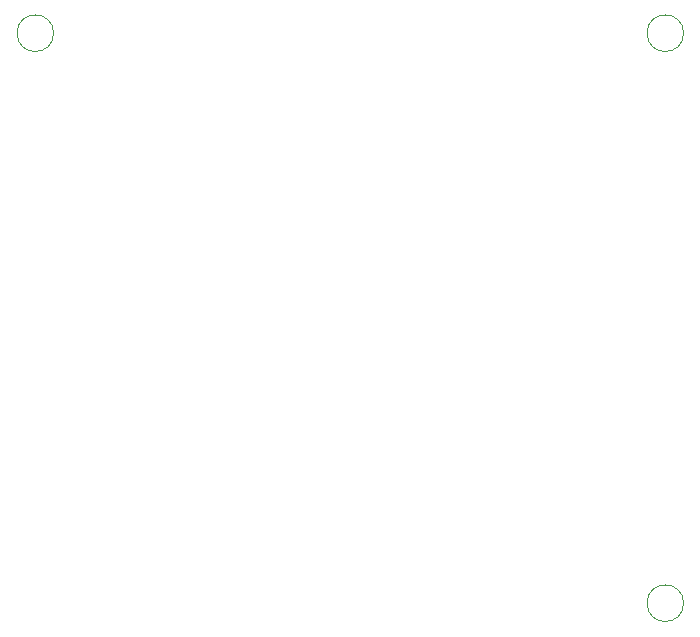
<source format=gbr>
G04 #@! TF.FileFunction,Other,User*
%FSLAX46Y46*%
G04 Gerber Fmt 4.6, Leading zero omitted, Abs format (unit mm)*
G04 Created by KiCad (PCBNEW 4.0.1-3.201512221402+6198~38~ubuntu14.04.1-stable) date Sun Jan 24 13:17:44 2016*
%MOMM*%
G01*
G04 APERTURE LIST*
%ADD10C,0.150000*%
%ADD11C,0.050000*%
G04 APERTURE END LIST*
D10*
D11*
X166650000Y-81280000D02*
G75*
G03X166650000Y-81280000I-1550000J0D01*
G01*
X166650000Y-33020000D02*
G75*
G03X166650000Y-33020000I-1550000J0D01*
G01*
X113310000Y-33020000D02*
G75*
G03X113310000Y-33020000I-1550000J0D01*
G01*
M02*

</source>
